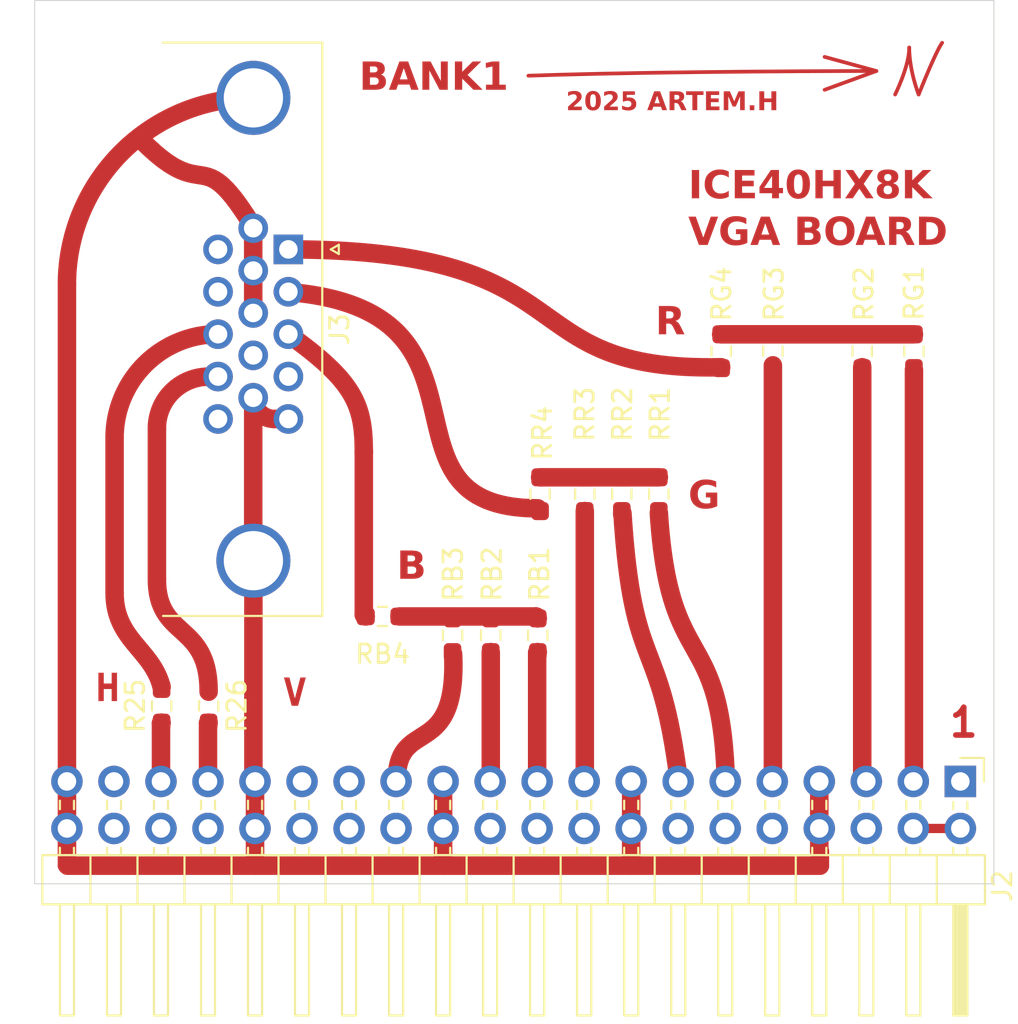
<source format=kicad_pcb>
(kicad_pcb (version 20241229) (generator "pcbnew") (generator_version "9.0")
  (layers (0 "F.Cu" signal) (2 "B.Cu" signal) (13 "F.Paste" user) (15 "B.Paste" user) (5 "F.SilkS" user "F.Silkscreen") (7 "B.SilkS" user "B.Silkscreen") (1 "F.Mask" user) (3 "B.Mask" user) (25 "Edge.Cuts" user))
  (net 0 "")
  (net 1 "/PIO1_18")
  (net 2 "/PIO1_32")
  (net 3 "/PIO1_49")
  (net 4 "/PIO1_38")
  (net 5 "/PIO1_36")
  (net 6 "/PIO1_03")
  (net 7 "VCC_1V2")
  (net 8 "GND")
  (net 9 "/GBIN2{slash}PIO1_28")
  (net 10 "/PIO1_29")
  (net 11 "/PIO1_19")
  (net 12 "/PIO1_46")
  (net 13 "/PIO1_42")
  (net 14 "/PIO1_20")
  (net 15 "/PIO1_14")
  (net 16 "/PIO1_30")
  (net 17 "/PIO1_37")
  (net 18 "/PIO1_16")
  (net 19 "/PIO1_21")
  (net 20 "/PIO1_47")
  (net 21 "/PIO1_40")
  (net 22 "/PIO1_22")
  (net 23 "/PIO1_04")
  (net 24 "VCCIO1")
  (net 25 "/PIO1_12")
  (net 26 "/PIO1_01")
  (net 27 "/PIO1_08")
  (net 28 "/PIO1_34")
  (net 30 "/B")
  (net 32 "/G")
  (net 33 "/R")
  (net 34 "/H_Sync")
  (net 35 "Net-(J3-Pad13)")
  (net 36 "Net-(J3-Pad14)")
  (net 37 "Net-(RB1-Pad2)")
  (net 38 "Net-(RG1-Pad2)")
  (net 39 "Net-(RR1-Pad2)")
  (net 43 "/PIO1_44")
  (footprint "Resistor_SMD:R_0603_1608Metric_Pad0.98x0.95mm_HandSolder" (layer "F.Cu") (at 141.414 123.444 90)
    (property "Reference" "RR1" (at 4.318 0.064 90) (layer "F.SilkS"))
    (property "Value" "2K2")
    (fp_line (start -0.254724 -0.5225) (end 0.254724 -0.5225) (stroke (width 0.12)) (layer "F.SilkS"))
    (fp_line (start -0.254724 0.5225) (end 0.254724 0.5225) (stroke (width 0.12)) (layer "F.SilkS"))
    (pad "1" smd roundrect (at -0.9125 0 90) (size 0.975 0.95) (layers "F.Cu" "F.Mask" "F.Paste") (net 18 "/PIO1_16"))
    (pad "2" smd roundrect (at 0.9125 0 90) (size 0.975 0.95) (layers "F.Cu" "F.Mask" "F.Paste") (net 39 "Net-(RR1-Pad2)"))
  )
  (footprint "Resistor_SMD:R_0603_1608Metric_Pad0.98x0.95mm_HandSolder" (layer "F.Cu") (at 114.554 134.874 90)
    (property "Reference" "R25" (at 0 -1.43 90) (layer "F.SilkS"))
    (property "Value" "49.9R")
    (fp_line (start -0.254724 -0.5225) (end 0.254724 -0.5225) (stroke (width 0.12)) (layer "F.SilkS"))
    (fp_line (start -0.254724 0.5225) (end 0.254724 0.5225) (stroke (width 0.12)) (layer "F.SilkS"))
    (pad "1" smd roundrect (at -0.9125 0 90) (size 0.975 0.95) (layers "F.Cu" "F.Mask" "F.Paste") (net 34 "/H_Sync"))
    (pad "2" smd roundrect (at 0.9125 0 90) (size 0.975 0.95) (layers "F.Cu" "F.Mask" "F.Paste") (net 35 "Net-(J3-Pad13)"))
  )
  (footprint "Resistor_SMD:R_0603_1608Metric_Pad0.98x0.95mm_HandSolder" (layer "F.Cu") (at 152.4 115.7205 90)
    (property "Reference" "RG2" (at 3.0955 0.088 90) (layer "F.SilkS"))
    (property "Value" "1K2")
    (fp_line (start -0.254724 -0.5225) (end 0.254724 -0.5225) (stroke (width 0.12)) (layer "F.SilkS"))
    (fp_line (start -0.254724 0.5225) (end 0.254724 0.5225) (stroke (width 0.12)) (layer "F.SilkS"))
    (pad "1" smd roundrect (at -0.9125 0 90) (size 0.975 0.95) (layers "F.Cu" "F.Mask" "F.Paste") (net 6 "/PIO1_03"))
    (pad "2" smd roundrect (at 0.9125 0 90) (size 0.975 0.95) (layers "F.Cu" "F.Mask" "F.Paste") (net 38 "Net-(RG1-Pad2)"))
  )
  (footprint "Resistor_SMD:R_0603_1608Metric_Pad0.98x0.95mm_HandSolder" (layer "F.Cu") (at 155.194 115.7205 90)
    (property "Reference" "RG1" (at 3.135343 0 90) (layer "F.SilkS"))
    (property "Value" "2K2")
    (fp_line (start -0.254724 -0.5225) (end 0.254724 -0.5225) (stroke (width 0.12)) (layer "F.SilkS"))
    (fp_line (start -0.254724 0.5225) (end 0.254724 0.5225) (stroke (width 0.12)) (layer "F.SilkS"))
    (pad "1" smd roundrect (at -0.9125 0 90) (size 0.975 0.95) (layers "F.Cu" "F.Mask" "F.Paste") (net 26 "/PIO1_01"))
    (pad "2" smd roundrect (at 0.9125 0 90) (size 0.975 0.95) (layers "F.Cu" "F.Mask" "F.Paste") (net 38 "Net-(RG1-Pad2)"))
  )
  (footprint "Resistor_SMD:R_0603_1608Metric_Pad0.98x0.95mm_HandSolder" (layer "F.Cu") (at 137.414 123.444 90)
    (property "Reference" "RR3" (at 4.318 0 90) (layer "F.SilkS"))
    (property "Value" "560R")
    (fp_line (start -0.254724 -0.5225) (end 0.254724 -0.5225) (stroke (width 0.12)) (layer "F.SilkS"))
    (fp_line (start -0.254724 0.5225) (end 0.254724 0.5225) (stroke (width 0.12)) (layer "F.SilkS"))
    (pad "1" smd roundrect (at -0.9125 0 90) (size 0.975 0.95) (layers "F.Cu" "F.Mask" "F.Paste") (net 22 "/PIO1_22"))
    (pad "2" smd roundrect (at 0.9125 0 90) (size 0.975 0.95) (layers "F.Cu" "F.Mask" "F.Paste") (net 39 "Net-(RR1-Pad2)"))
  )
  (footprint "Resistor_SMD:R_0603_1608Metric_Pad0.98x0.95mm_HandSolder" (layer "F.Cu") (at 135 123.444 -90)
    (property "Reference" "RR4" (at -3.302 -0.128 270) (layer "F.SilkS"))
    (property "Value" "75R")
    (fp_line (start -0.254724 0.5225) (end 0.254724 0.5225) (stroke (width 0.12)) (layer "F.SilkS"))
    (fp_line (start -0.254724 -0.5225) (end 0.254724 -0.5225) (stroke (width 0.12)) (layer "F.SilkS"))
    (pad "1" smd roundrect (at -0.9125 0 270) (size 0.975 0.95) (layers "F.Cu" "F.Mask" "F.Paste") (net 39 "Net-(RR1-Pad2)"))
    (pad "2" smd roundrect (at 0.9125 0 270) (size 0.975 0.95) (layers "F.Cu" "F.Mask" "F.Paste") (net 32 "/G"))
  )
  (footprint "Connector_PinHeader_2.54mm:PinHeader_2x20_P2.54mm_Horizontal" (layer "F.Cu") (at 157.7 138.96 -90)
    (property "Reference" "J2" (at 5.655 -2.27 270) (layer "F.SilkS"))
    (property "Value" "Header bank1")
    (fp_line (start 3.98 49.59) (end 6.64 49.59) (stroke (width 0.12)) (layer "F.SilkS"))
    (fp_line (start 6.64 49.59) (end 6.64 -1.33) (stroke (width 0.12)) (layer "F.SilkS"))
    (fp_line (start 1.042929 48.64) (end 1.497071 48.64) (stroke (width 0.12)) (layer "F.SilkS"))
    (fp_line (start 3.582929 48.64) (end 3.98 48.64) (stroke (width 0.12)) (layer "F.SilkS"))
    (fp_line (start 12.64 48.64) (end 6.64 48.64) (stroke (width 0.12)) (layer "F.SilkS"))
    (fp_line (start 1.042929 47.88) (end 1.497071 47.88) (stroke (width 0.12)) (layer "F.SilkS"))
    (fp_line (start 3.582929 47.88) (end 3.98 47.88) (stroke (width 0.12)) (layer "F.SilkS"))
    (fp_line (start 6.64 47.88) (end 12.64 47.88) (stroke (width 0.12)) (layer "F.SilkS"))
    (fp_line (start 12.64 47.88) (end 12.64 48.64) (stroke (width 0.12)) (layer "F.SilkS"))
    (fp_line (start 3.98 46.99) (end 6.64 46.99) (stroke (width 0.12)) (layer "F.SilkS"))
    (fp_line (start 1.042929 46.1) (end 1.497071 46.1) (stroke (width 0.12)) (layer "F.SilkS"))
    (fp_line (start 3.582929 46.1) (end 3.98 46.1) (stroke (width 0.12)) (layer "F.SilkS"))
    (fp_line (start 12.64 46.1) (end 6.64 46.1) (stroke (width 0.12)) (layer "F.SilkS"))
    (fp_line (start 1.042929 45.34) (end 1.497071 45.34) (stroke (width 0.12)) (layer "F.SilkS"))
    (fp_line (start 3.582929 45.34) (end 3.98 45.34) (stroke (width 0.12)) (layer "F.SilkS"))
    (fp_line (start 6.64 45.34) (end 12.64 45.34) (stroke (width 0.12)) (layer "F.SilkS"))
    (fp_line (start 12.64 45.34) (end 12.64 46.1) (stroke (width 0.12)) (layer "F.SilkS"))
    (fp_line (start 3.98 44.45) (end 6.64 44.45) (stroke (width 0.12)) (layer "F.SilkS"))
    (fp_line (start 1.042929 43.56) (end 1.497071 43.56) (stroke (width 0.12)) (layer "F.SilkS"))
    (fp_line (start 3.582929 43.56) (end 3.98 43.56) (stroke (width 0.12)) (layer "F.SilkS"))
    (fp_line (start 12.64 43.56) (end 6.64 43.56) (stroke (width 0.12)) (layer "F.SilkS"))
    (fp_line (start 1.042929 42.8) (end 1.497071 42.8) (stroke (width 0.12)) (layer "F.SilkS"))
    (fp_line (start 3.582929 42.8) (end 3.98 42.8) (stroke (width 0.12)) (layer "F.SilkS"))
    (fp_line (start 6.64 42.8) (end 12.64 42.8) (stroke (width 0.12)) (layer "F.SilkS"))
    (fp_line (start 12.64 42.8) (end 12.64 43.56) (stroke (width 0.12)) (layer "F.SilkS"))
    (fp_line (start 3.98 41.91) (end 6.64 41.91) (stroke (width 0.12)) (layer "F.SilkS"))
    (fp_line (start 1.042929 41.02) (end 1.497071 41.02) (stroke (width 0.12)) (layer "F.SilkS"))
    (fp_line (start 3.582929 41.02) (end 3.98 41.02) (stroke (width 0.12)) (layer "F.SilkS"))
    (fp_line (start 12.64 41.02) (end 6.64 41.02) (stroke (width 0.12)) (layer "F.SilkS"))
    (fp_line (start 1.042929 40.26) (end 1.497071 40.26) (stroke (width 0.12)) (layer "F.SilkS"))
    (fp_line (start 3.582929 40.26) (end 3.98 40.26) (stroke (width 0.12)) (layer "F.SilkS"))
    (fp_line (start 6.64 40.26) (end 12.64 40.26) (stroke (width 0.12)) (layer "F.SilkS"))
    (fp_line (start 12.64 40.26) (end 12.64 41.02) (stroke (width 0.12)) (layer "F.SilkS"))
    (fp_line (start 3.98 39.37) (end 6.64 39.37) (stroke (width 0.12)) (layer "F.SilkS"))
    (fp_line (start 1.042929 38.48) (end 1.497071 38.48) (stroke (width 0.12)) (layer "F.SilkS"))
    (fp_line (start 3.582929 38.48) (end 3.98 38.48) (stroke (width 0.12)) (layer "F.SilkS"))
    (fp_line (start 12.64 38.48) (end 6.64 38.48) (stroke (width 0.12)) (layer "F.SilkS"))
    (fp_line (start 1.042929 37.72) (end 1.497071 37.72) (stroke (width 0.12)) (layer "F.SilkS"))
    (fp_line (start 3.582929 37.72) (end 3.98 37.72) (stroke (width 0.12)) (layer "F.SilkS"))
    (fp_line (start 6.64 37.72) (end 12.64 37.72) (stroke (width 0.12)) (layer "F.SilkS"))
    (fp_line (start 12.64 37.72) (end 12.64 38.48) (stroke (width 0.12)) (layer "F.SilkS"))
    (fp_line (start 3.98 36.83) (end 6.64 36.83) (stroke (width 0.12)) (layer "F.SilkS"))
    (fp_line (start 1.042929 35.94) (end 1.497071 35.94) (stroke (width 0.12)) (layer "F.SilkS"))
    (fp_line (start 3.582929 35.94) (end 3.98 35.94) (stroke (width 0.12)) (layer "F.SilkS"))
    (fp_line (start 12.64 35.94) (end 6.64 35.94) (stroke (width 0.12)) (layer "F.SilkS"))
    (fp_line (start 1.042929 35.18) (end 1.497071 35.18) (stroke (width 0.12)) (layer "F.SilkS"))
    (fp_line (start 3.582929 35.18) (end 3.98 35.18) (stroke (width 0.12)) (layer "F.SilkS"))
    (fp_line (start 6.64 35.18) (end 12.64 35.18) (stroke (width 0.12)) (layer "F.SilkS"))
    (fp_line (start 12.64 35.18) (end 12.64 35.94) (stroke (width 0.12)) (layer "F.SilkS"))
    (fp_line (start 3.98 34.29) (end 6.64 34.29) (stroke (width 0.12)) (layer "F.SilkS"))
    (fp_line (start 1.042929 33.4) (end 1.497071 33.4) (stroke (width 0.12)) (layer "F.SilkS"))
    (fp_line (start 3.582929 33.4) (end 3.98 33.4) (stroke (width 0.12)) (layer "F.SilkS"))
    (fp_line (start 12.64 33.4) (end 6.64 33.4) (stroke (width 0.12)) (layer "F.SilkS"))
    (fp_line (start 1.042929 32.64) (end 1.497071 32.64) (stroke (width 0.12)) (layer "F.SilkS"))
    (fp_line (start 3.582929 32.64) (end 3.98 32.64) (stroke (width 0.12)) (layer "F.SilkS"))
    (fp_line (start 6.64 32.64) (end 12.64 32.64) (stroke (width 0.12)) (layer "F.SilkS"))
    (fp_line (start 12.64 32.64) (end 12.64 33.4) (stroke (width 0.12)) (layer "F.SilkS"))
    (fp_line (start 3.98 31.75) (end 6.64 31.75) (stroke (width 0.12)) (layer "F.SilkS"))
    (fp_line (start 1.042929 30.86) (end 1.497071 30.86) (stroke (width 0.12)) (layer "F.SilkS"))
    (fp_line (start 3.582929 30.86) (end 3.98 30.86) (stroke (width 0.12)) (layer "F.SilkS"))
    (fp_line (start 12.64 30.86) (end 6.64 30.86) (stroke (width 0.12)) (layer "F.SilkS"))
    (fp_line (start 1.042929 30.1) (end 1.497071 30.1) (stroke (width 0.12)) (layer "F.SilkS"))
    (fp_line (start 3.582929 30.1) (end 3.98 30.1) (stroke (width 0.12)) (layer "F.SilkS"))
    (fp_line (start 6.64 30.1) (end 12.64 30.1) (stroke (width 0.12)) (layer "F.SilkS"))
    (fp_line (start 12.64 30.1) (end 12.64 30.86) (stroke (width 0.12)) (layer "F.SilkS"))
    (fp_line (start 3.98 29.21) (end 6.64 29.21) (stroke (width 0.12)) (layer "F.SilkS"))
    (fp_line (start 1.042929 28.32) (end 1.497071 28.32) (stroke (width 0.12)) (layer "F.SilkS"))
    (fp_line (start 3.582929 28.32) (end 3.98 28.32) (stroke (width 0.12)) (layer "F.SilkS"))
    (fp_line (start 12.64 28.32) (end 6.64 28.32) (stroke (width 0.12)) (layer "F.SilkS"))
    (fp_line (start 1.042929 27.56) (end 1.497071 27.56) (stroke (width 0.12)) (layer "F.SilkS"))
    (fp_line (start 3.582929 27.56) (end 3.98 27.56) (stroke (width 0.12)) (layer "F.SilkS"))
    (fp_line (start 6.64 27.56) (end 12.64 27.56) (stroke (width 0.12)) (layer "F.SilkS"))
    (fp_line (start 12.64 27.56) (end 12.64 28.32) (stroke (width 0.12)) (layer "F.SilkS"))
    (fp_line (start 3.98 26.67) (end 6.64 26.67) (stroke (width 0.12)) (layer "F.SilkS"))
    (fp_line (start 1.042929 25.78) (end 1.497071 25.78) (stroke (width 0.12)) (layer "F.SilkS"))
    (fp_line (start 3.582929 25.78) (end 3.98 25.78) (stroke (width 0.12)) (layer "F.SilkS"))
    (fp_line (start 12.64 25.78) (end 6.64 25.78) (stroke (width 0.12)) (layer "F.SilkS"))
    (fp_line (start 1.042929 25.02) (end 1.497071 25.02) (stroke (width 0.12)) (layer "F.SilkS"))
    (fp_line (start 3.582929 25.02) (end 3.98 25.02) (stroke (width 0.12)) (layer "F.SilkS"))
    (fp_line (start 6.64 25.02) (end 12.64 25.02) (stroke (width 0.12)) (layer "F.SilkS"))
    (fp_line (start 12.64 25.02) (end 12.64 25.78) (stroke (width 0.12)) (layer "F.SilkS"))
    (fp_line (start 3.98 24.13) (end 6.64 24.13) (stroke (width 0.12)) (layer "F.SilkS"))
    (fp_line (start 1.042929 23.24) (end 1.497071 23.24) (stroke (width 0.12)) (layer "F.SilkS"))
    (fp_line (start 3.582929 23.24) (end 3.98 23.24) (stroke (width 0.12)) (layer "F.SilkS"))
    (fp_line (start 12.64 23.24) (end 6.64 23.24) (stroke (width 0.12)) (layer "F.SilkS"))
    (fp_line (start 1.042929 22.48) (end 1.497071 22.48) (stroke (width 0.12)) (layer "F.SilkS"))
    (fp_line (start 3.582929 22.48) (end 3.98 22.48) (stroke (width 0.12)) (layer "F.SilkS"))
    (fp_line (start 6.64 22.48) (end 12.64 22.48) (stroke (width 0.12)) (layer "F.SilkS"))
    (fp_line (start 12.64 22.48) (end 12.64 23.24) (stroke (width 0.12)) (layer "F.SilkS"))
    (fp_line (start 3.98 21.59) (end 6.64 21.59) (stroke (width 0.12)) (layer "F.SilkS"))
    (fp_line (start 1.042929 20.7) (end 1.497071 20.7) (stroke (width 0.12)) (layer "F.SilkS"))
    (fp_line (start 3.582929 20.7) (end 3.98 20.7) (stroke (width 0.12)) (layer "F.SilkS"))
    (fp_line (start 12.64 20.7) (end 6.64 20.7) (stroke (width 0.12)) (layer "F.SilkS"))
    (fp_line (start 1.042929 19.94) (end 1.497071 19.94) (stroke (width 0.12)) (layer "F.SilkS"))
    (fp_line (start 3.582929 19.94) (end 3.98 19.94) (stroke (width 0.12)) (layer "F.SilkS"))
    (fp_line (start 6.64 19.94) (end 12.64 19.94) (stroke (width 0.12)) (layer "F.SilkS"))
    (fp_line (start 12.64 19.94) (end 12.64 20.7) (stroke (width 0.12)) (layer "F.SilkS"))
    (fp_line (start 3.98 19.05) (end 6.64 19.05) (stroke (width 0.12)) (layer "F.SilkS"))
    (fp_line (start 1.042929 18.16) (end 1.497071 18.16) (stroke (width 0.12)) (layer "F.SilkS"))
    (fp_line (start 3.582929 18.16) (end 3.98 18.16) (stroke (width 0.12)) (layer "F.SilkS"))
    (fp_line (start 12.64 18.16) (end 6.64 18.16) (stroke (width 0.12)) (layer "F.SilkS"))
    (fp_line (start 1.042929 17.4) (end 1.497071 17.4) (stroke (width 0.12)) (layer "F.SilkS"))
    (fp_line (start 3.582929 17.4) (end 3.98 17.4) (stroke (width 0.12)) (layer "F.SilkS"))
    (fp_line (start 6.64 17.4) (end 12.64 17.4) (stroke (width 0.12)) (layer "F.SilkS"))
    (fp_line (start 12.64 17.4) (end 12.64 18.16) (stroke (width 0.12)) (layer "F.SilkS"))
    (fp_line (start 3.98 16.51) (end 6.64 16.51) (stroke (width 0.12)) (layer "F.SilkS"))
    (fp_line (start 1.042929 15.62) (end 1.497071 15.62) (stroke (width 0.12)) (layer "F.SilkS"))
    (fp_line (start 3.582929 15.62) (end 3.98 15.62) (stroke (width 0.12)) (layer "F.SilkS"))
    (fp_line (start 12.64 15.62) (end 6.64 15.62) (stroke (width 0.12)) (layer "F.SilkS"))
    (fp_line (start 1.042929 14.86) (end 1.497071 14.86) (stroke (width 0.12)) (layer "F.SilkS"))
    (fp_line (start 3.582929 14.86) (end 3.98 14.86) (stroke (width 0.12)) (layer "F.SilkS"))
    (fp_line (start 6.64 14.86) (end 12.64 14.86) (stroke (width 0.12)) (layer "F.SilkS"))
    (fp_line (start 12.64 14.86) (end 12.64 15.62) (stroke (width 0.12)) (layer "F.SilkS"))
    (fp_line (start 3.98 13.97) (end 6.64 13.97) (stroke (width 0.12)) (layer "F.SilkS"))
    (fp_line (start 1.042929 13.08) (end 1.497071 13.08) (stroke (width 0.12)) (layer "F.SilkS"))
    (fp_line (start 3.582929 13.08) (end 3.98 13.08) (stroke (width 0.12)) (layer "F.SilkS"))
    (fp_line (start 12.64 13.08) (end 6.64 13.08) (stroke (width 0.12)) (layer "F.SilkS"))
    (fp_line (start 1.042929 12.32) (end 1.497071 12.32) (stroke (width 0.12)) (layer "F.SilkS"))
    (fp_line (start 3.582929 12.32) (end 3.98 12.32) (stroke (width 0.12)) (layer "F.SilkS"))
    (fp_line (start 6.64 12.32) (end 12.64 12.32) (stroke (width 0.12)) (layer "F.SilkS"))
    (fp_line (start 12.64 12.32) (end 12.64 13.08) (stroke (width 0.12)) (layer "F.SilkS"))
    (fp_line (start 3.98 11.43) (end 6.64 11.43) (stroke (width 0.12)) (layer "F.SilkS"))
    (fp_line (start 1.042929 10.54) (end 1.497071 10.54) (stroke (width 0.12)) (layer "F.SilkS"))
    (fp_line (start 3.582929 10.54) (end 3.98 10.54) (stroke (width 0.12)) (layer "F.SilkS"))
    (fp_line (start 12.64 10.54) (end 6.64 10.54) (stroke (width 0.12)) (layer "F.SilkS"))
    (fp_line (start 1.042929 9.78) (end 1.497071 9.78) (stroke (width 0.12)) (layer "F.SilkS"))
    (fp_line (start 3.582929 9.78) (end 3.98 9.78) (stroke (width 0.12)) (layer "F.SilkS"))
    (fp_line (start 6.64 9.78) (end 12.64 9.78) (stroke (width 0.12)) (layer "F.SilkS"))
    (fp_line (start 12.64 9.78) (end 12.64 10.54) (stroke (width 0.12)) (layer "F.SilkS"))
    (fp_line (start 3.98 8.89) (end 6.64 8.89) (stroke (width 0.12)) (layer "F.SilkS"))
    (fp_line (start 1.042929 8) (end 1.497071 8) (stroke (width 0.12)) (layer "F.SilkS"))
    (fp_line (start 3.582929 8) (end 3.98 8) (stroke (width 0.12)) (layer "F.SilkS"))
    (fp_line (start 12.64 8) (end 6.64 8) (stroke (width 0.12)) (layer "F.SilkS"))
    (fp_line (start 1.042929 7.24) (end 1.497071 7.24) (stroke (width 0.12)) (layer "F.SilkS"))
    (fp_line (start 3.582929 7.24) (end 3.98 7.24) (stroke (width 0.12)) (layer "F.SilkS"))
    (fp_line (start 6.64 7.24) (end 12.64 7.24) (stroke (width 0.12)) (layer "F.SilkS"))
    (fp_line (start 12.64 7.24) (end 12.64 8) (stroke (width 0.12)) (layer "F.SilkS"))
    (fp_line (start 3.98 6.35) (end 6.64 6.35) (stroke (width 0.12)) (layer "F.SilkS"))
    (fp_line (start 1.042929 5.46) (end 1.497071 5.46) (stroke (width 0.12)) (layer "F.SilkS"))
    (fp_line (start 3.582929 5.46) (end 3.98 5.46) (stroke (width 0.12)) (layer "F.SilkS"))
    (fp_line (start 12.64 5.46) (end 6.64 5.46) (stroke (width 0.12)) (layer "F.SilkS"))
    (fp_line (start 1.042929 4.7) (end 1.497071 4.7) (stroke (width 0.12)) (layer "F.SilkS"))
    (fp_line (start 3.582929 4.7) (end 3.98 4.7) (stroke (width 0.12)) (layer "F.SilkS"))
    (fp_line (start 6.64 4.7) (end 12.64 4.7) (stroke (width 0.12)) (layer "F.SilkS"))
    (fp_line (start 12.64 4.7) (end 12.64 5.46) (stroke (width 0.12)) (layer "F.SilkS"))
    (fp_line (start 3.98 3.81) (end 6.64 3.81) (stroke (width 0.12)) (layer "F.SilkS"))
    (fp_line (start 1.042929 2.92) (end 1.497071 2.92) (stroke (width 0.12)) (layer "F.SilkS"))
    (fp_line (start 3.582929 2.92) (end 3.98 2.92) (stroke (width 0.12)) (layer "F.SilkS"))
    (fp_line (start 12.64 2.92) (end 6.64 2.92) (stroke (width 0.12)) (layer "F.SilkS"))
    (fp_line (start 1.042929 2.16) (end 1.497071 2.16) (stroke (width 0.12)) (layer "F.SilkS"))
    (fp_line (start 3.582929 2.16) (end 3.98 2.16) (stroke (width 0.12)) (layer "F.SilkS"))
    (fp_line (start 6.64 2.16) (end 12.64 2.16) (stroke (width 0.12)) (layer "F.SilkS"))
    (fp_line (start 12.64 2.16) (end 12.64 2.92) (stroke (width 0.12)) (layer "F.SilkS"))
    (fp_line (start 3.98 1.27) (end 6.64 1.27) (stroke (width 0.12)) (layer "F.SilkS"))
    (fp_line (start 1.11 0.38) (end 1.497071 0.38) (stroke (width 0.12)) (layer "F.SilkS"))
    (fp_line (start 3.582929 0.38) (end 3.98 0.38) (stroke (width 0.12)) (layer "F.SilkS"))
    (fp_line (start 12.64 0.38) (end 6.64 0.38) (stroke (width 0.12)) (layer "F.SilkS"))
    (fp_line (start 6.64 0.28) (end 12.64 0.28) (stroke (width 0.12)) (layer "F.SilkS"))
    (fp_line (start 6.64 0.16) (end 12.64 0.16) (stroke (width 0.12)) (layer "F.SilkS"))
    (fp_line (start 6.64 0.04) (end 12.64 0.04) (stroke (width 0.12)) (layer "F.SilkS"))
    (fp_line (start -1.27 0) (end -1.27 -1.27) (stroke (width 0.12)) (layer "F.SilkS"))
    (fp_line (start 6.64 -0.08) (end 12.64 -0.08) (stroke (width 0.12)) (layer "F.SilkS"))
    (fp_line (start 6.64 -0.2) (end 12.64 -0.2) (stroke (width 0.12)) (layer "F.SilkS"))
    (fp_line (start 6.64 -0.32) (end 12.64 -0.32) (stroke (width 0.12)) (layer "F.SilkS"))
    (fp_line (start 1.11 -0.38) (end 1.497071 -0.38) (stroke (width 0.12)) (layer "F.SilkS"))
    (fp_line (start 3.582929 -0.38) (end 3.98 -0.38) (stroke (width 0.12)) (layer "F.SilkS"))
    (fp_line (start 6.64 -0.38) (end 12.64 -0.38) (stroke (width 0.12)) (layer "F.SilkS"))
    (fp_line (start 12.64 -0.38) (end 12.64 0.38) (stroke (width 0.12)) (layer "F.SilkS"))
    (fp_line (start -1.27 -1.27) (end 0 -1.27) (stroke (width 0.12)) (layer "F.SilkS"))
    (fp_line (start 3.98 -1.33) (end 3.98 49.59) (stroke (width 0.12)) (layer "F.SilkS"))
    (fp_line (start 6.64 -1.33) (end 3.98 -1.33) (stroke (width 0.12)) (layer "F.SilkS"))
    (pad "1" thru_hole rect (at 0 0 270) (size 1.7 1.7) (drill 1) (layers "*.Cu" "*.Mask") (net 24 "VCCIO1"))
    (pad "2" thru_hole oval (at 0 2.54 270) (size 1.7 1.7) (drill 1) (layers "*.Cu" "*.Mask") (net 26 "/PIO1_01"))
    (pad "3" thru_hole oval (at 0 5.08 270) (size 1.7 1.7) (drill 1) (layers "*.Cu" "*.Mask") (net 6 "/PIO1_03"))
    (pad "4" thru_hole oval (at 0 7.62 270) (size 1.7 1.7) (drill 1) (layers "*.Cu" "*.Mask") (net 8 "GND"))
    (pad "5" thru_hole oval (at 0 10.16 270) (size 1.7 1.7) (drill 1) (layers "*.Cu" "*.Mask") (net 15 "/PIO1_14"))
    (pad "6" thru_hole oval (at 0 12.7 270) (size 1.7 1.7) (drill 1) (layers "*.Cu" "*.Mask") (net 18 "/PIO1_16"))
    (pad "7" thru_hole oval (at 0 15.24 270) (size 1.7 1.7) (drill 1) (layers "*.Cu" "*.Mask") (net 19 "/PIO1_21"))
    (pad "8" thru_hole oval (at 0 17.78 270) (size 1.7 1.7) (drill 1) (layers "*.Cu" "*.Mask") (net 8 "GND"))
    (pad "9" thru_hole oval (at 0 20.32 270) (size 1.7 1.7) (drill 1) (layers "*.Cu" "*.Mask") (net 22 "/PIO1_22"))
    (pad "10" thru_hole oval (at 0 22.86 270) (size 1.7 1.7) (drill 1) (layers "*.Cu" "*.Mask") (net 13 "/PIO1_42"))
    (pad "11" thru_hole oval (at 0 25.4 270) (size 1.7 1.7) (drill 1) (layers "*.Cu" "*.Mask") (net 10 "/PIO1_29"))
    (pad "12" thru_hole oval (at 0 27.94 270) (size 1.7 1.7) (drill 1) (layers "*.Cu" "*.Mask") (net 8 "GND"))
    (pad "13" thru_hole oval (at 0 30.48 270) (size 1.7 1.7) (drill 1) (layers "*.Cu" "*.Mask") (net 2 "/PIO1_32"))
    (pad "14" thru_hole oval (at 0 33.02 270) (size 1.7 1.7) (drill 1) (layers "*.Cu" "*.Mask") (net 5 "/PIO1_36"))
    (pad "15" thru_hole oval (at 0 35.56 270) (size 1.7 1.7) (drill 1) (layers "*.Cu" "*.Mask") (net 12 "/PIO1_46"))
    (pad "16" thru_hole oval (at 0 38.1 270) (size 1.7 1.7) (drill 1) (layers "*.Cu" "*.Mask") (net 8 "GND"))
    (pad "17" thru_hole oval (at 0 40.64 270) (size 1.7 1.7) (drill 1) (layers "*.Cu" "*.Mask") (net 43 "/PIO1_44"))
    (pad "18" thru_hole oval (at 0 43.18 270) (size 1.7 1.7) (drill 1) (layers "*.Cu" "*.Mask") (net 34 "/H_Sync"))
    (pad "19" thru_hole oval (at 0 45.72 270) (size 1.7 1.7) (drill 1) (layers "*.Cu" "*.Mask") (net 3 "/PIO1_49"))
    (pad "20" thru_hole oval (at 0 48.26 270) (size 1.7 1.7) (drill 1) (layers "*.Cu" "*.Mask") (net 8 "GND"))
    (pad "21" thru_hole oval (at 2.54 48.26 270) (size 1.7 1.7) (drill 1) (layers "*.Cu" "*.Mask") (net 8 "GND"))
    (pad "22" thru_hole oval (at 2.54 45.72 270) (size 1.7 1.7) (drill 1) (layers "*.Cu" "*.Mask") (net 20 "/PIO1_47"))
    (pad "23" thru_hole oval (at 2.54 43.18 270) (size 1.7 1.7) (drill 1) (layers "*.Cu" "*.Mask") (net 21 "/PIO1_40"))
    (pad "24" thru_hole oval (at 2.54 40.64 270) (size 1.7 1.7) (drill 1) (layers "*.Cu" "*.Mask") (net 4 "/PIO1_38"))
    (pad "25" thru_hole oval (at 2.54 38.1 270) (size 1.7 1.7) (drill 1) (layers "*.Cu" "*.Mask") (net 8 "GND"))
    (pad "26" thru_hole oval (at 2.54 35.56 270) (size 1.7 1.7) (drill 1) (layers "*.Cu" "*.Mask") (net 28 "/PIO1_34"))
    (pad "27" thru_hole oval (at 2.54 33.02 270) (size 1.7 1.7) (drill 1) (layers "*.Cu" "*.Mask") (net 16 "/PIO1_30"))
    (pad "28" thru_hole oval (at 2.54 30.48 270) (size 1.7 1.7) (drill 1) (layers "*.Cu" "*.Mask") (net 9 "/GBIN2{slash}PIO1_28"))
    (pad "29" thru_hole oval (at 2.54 27.94 270) (size 1.7 1.7) (drill 1) (layers "*.Cu" "*.Mask") (net 8 "GND"))
    (pad "30" thru_hole oval (at 2.54 25.4 270) (size 1.7 1.7) (drill 1) (layers "*.Cu" "*.Mask") (net 11 "/PIO1_19"))
    (pad "31" thru_hole oval (at 2.54 22.86 270) (size 1.7 1.7) (drill 1) (layers "*.Cu" "*.Mask") (net 17 "/PIO1_37"))
    (pad "32" thru_hole oval (at 2.54 20.32 270) (size 1.7 1.7) (drill 1) (layers "*.Cu" "*.Mask") (net 1 "/PIO1_18"))
    (pad "33" thru_hole oval (at 2.54 17.78 270) (size 1.7 1.7) (drill 1) (layers "*.Cu" "*.Mask") (net 8 "GND"))
    (pad "34" thru_hole oval (at 2.54 15.24 270) (size 1.7 1.7) (drill 1) (layers "*.Cu" "*.Mask") (net 14 "/PIO1_20"))
    (pad "35" thru_hole oval (at 2.54 12.7 270) (size 1.7 1.7) (drill 1) (layers "*.Cu" "*.Mask") (net 25 "/PIO1_12"))
    (pad "36" thru_hole oval (at 2.54 10.16 270) (size 1.7 1.7) (drill 1) (layers "*.Cu" "*.Mask") (net 27 "/PIO1_08"))
    (pad "37" thru_hole oval (at 2.54 7.62 270) (size 1.7 1.7) (drill 1) (layers "*.Cu" "*.Mask") (net 8 "GND"))
    (pad "38" thru_hole oval (at 2.54 5.08 270) (size 1.7 1.7) (drill 1) (layers "*.Cu" "*.Mask") (net 23 "/PIO1_04"))
    (pad "39" thru_hole oval (at 2.54 2.54 270) (size 1.7 1.7) (drill 1) (layers "*.Cu" "*.Mask") (net 7 "VCC_1V2"))
    (pad "40" thru_hole oval (at 2.54 0 270) (size 1.7 1.7) (drill 1) (layers "*.Cu" "*.Mask") (net 7 "VCC_1V2"))
  )
  (footprint "Resistor_SMD:R_0603_1608Metric_Pad0.98x0.95mm_HandSolder" (layer "F.Cu") (at 147.574 115.7205 90)
    (property "Reference" "RG3" (at 3.0955 0.056 90) (layer "F.SilkS"))
    (property "Value" "560R")
    (fp_line (start -0.254724 -0.5225) (end 0.254724 -0.5225) (stroke (width 0.12)) (layer "F.SilkS"))
    (fp_line (start -0.254724 0.5225) (end 0.254724 0.5225) (stroke (width 0.12)) (layer "F.SilkS"))
    (pad "1" smd roundrect (at -0.9125 0 90) (size 0.975 0.95) (layers "F.Cu" "F.Mask" "F.Paste") (net 15 "/PIO1_14"))
    (pad "2" smd roundrect (at 0.9125 0 90) (size 0.975 0.95) (layers "F.Cu" "F.Mask" "F.Paste") (net 38 "Net-(RG1-Pad2)"))
  )
  (footprint "Resistor_SMD:R_0603_1608Metric_Pad0.98x0.95mm_HandSolder" (layer "F.Cu") (at 139.414 123.444 90)
    (property "Reference" "RR2" (at 4.318 0.032 90) (layer "F.SilkS"))
    (property "Value" "1K2")
    (fp_line (start -0.254724 -0.5225) (end 0.254724 -0.5225) (stroke (width 0.12)) (layer "F.SilkS"))
    (fp_line (start -0.254724 0.5225) (end 0.254724 0.5225) (stroke (width 0.12)) (layer "F.SilkS"))
    (pad "1" smd roundrect (at -0.9125 0 90) (size 0.975 0.95) (layers "F.Cu" "F.Mask" "F.Paste") (net 19 "/PIO1_21"))
    (pad "2" smd roundrect (at 0.9125 0 90) (size 0.975 0.95) (layers "F.Cu" "F.Mask" "F.Paste") (net 39 "Net-(RR1-Pad2)"))
  )
  (footprint "Resistor_SMD:R_0603_1608Metric_Pad0.98x0.95mm_HandSolder" (layer "F.Cu") (at 132.334 131.064 90)
    (property "Reference" "RB2" (at 3.302 0.064 90) (layer "F.SilkS"))
    (property "Value" "1K2")
    (fp_line (start -0.254724 -0.5225) (end 0.254724 -0.5225) (stroke (width 0.12)) (layer "F.SilkS"))
    (fp_line (start -0.254724 0.5225) (end 0.254724 0.5225) (stroke (width 0.12)) (layer "F.SilkS"))
    (pad "1" smd roundrect (at -0.9125 0 90) (size 0.975 0.95) (layers "F.Cu" "F.Mask" "F.Paste") (net 10 "/PIO1_29"))
    (pad "2" smd roundrect (at 0.9125 0 90) (size 0.975 0.95) (layers "F.Cu" "F.Mask" "F.Paste") (net 37 "Net-(RB1-Pad2)"))
  )
  (footprint "Resistor_SMD:R_0603_1608Metric_Pad0.98x0.95mm_HandSolder" (layer "F.Cu") (at 134.874 131.064 90)
    (property "Reference" "RB1" (at 3.302 0.096 90) (layer "F.SilkS"))
    (property "Value" "2K2")
    (fp_line (start -0.254724 -0.5225) (end 0.254724 -0.5225) (stroke (width 0.12)) (layer "F.SilkS"))
    (fp_line (start -0.254724 0.5225) (end 0.254724 0.5225) (stroke (width 0.12)) (layer "F.SilkS"))
    (pad "1" smd roundrect (at -0.9125 0 90) (size 0.975 0.95) (layers "F.Cu" "F.Mask" "F.Paste") (net 13 "/PIO1_42"))
    (pad "2" smd roundrect (at 0.9125 0 90) (size 0.975 0.95) (layers "F.Cu" "F.Mask" "F.Paste") (net 37 "Net-(RB1-Pad2)"))
  )
  (footprint "Resistor_SMD:R_0603_1608Metric_Pad0.98x0.95mm_HandSolder" (layer "F.Cu") (at 130.27 131.064 90)
    (property "Reference" "RB3" (at 3.302 0.032 90) (layer "F.SilkS"))
    (property "Value" "560R")
    (fp_line (start -0.254724 -0.5225) (end 0.254724 -0.5225) (stroke (width 0.12)) (layer "F.SilkS"))
    (fp_line (start -0.254724 0.5225) (end 0.254724 0.5225) (stroke (width 0.12)) (layer "F.SilkS"))
    (pad "1" smd roundrect (at -0.9125 0 90) (size 0.975 0.95) (layers "F.Cu" "F.Mask" "F.Paste") (net 2 "/PIO1_32"))
    (pad "2" smd roundrect (at 0.9125 0 90) (size 0.975 0.95) (layers "F.Cu" "F.Mask" "F.Paste") (net 37 "Net-(RB1-Pad2)"))
  )
  (footprint "Connector_Dsub:DSUB-15-HD_Pins_Horizontal_P2.29x1.90mm_EdgePinOffset3.03mm_Housed_MountingHolesOffset4.94mm" (layer "F.Cu") (at 121.402 110.22 -90)
    (property "Reference" "J3" (at 4.315 -2.77 90) (layer "F.SilkS"))
    (property "Value" "VGA")
    (fp_line (start -11.17 6.77) (end -11.17 -1.83) (stroke (width 0.12)) (layer "F.SilkS"))
    (fp_line (start -11.17 -1.83) (end 19.8 -1.83) (stroke (width 0.12)) (layer "F.SilkS"))
    (fp_line (start 19.8 -1.83) (end 19.8 6.77) (stroke (width 0.12)) (layer "F.SilkS"))
    (fp_line (start 0 -2.291325) (end -0.25 -2.724338) (stroke (width 0.12)) (layer "F.SilkS"))
    (fp_line (start -0.25 -2.724338) (end 0.25 -2.724338) (stroke (width 0.12)) (layer "F.SilkS"))
    (fp_line (start 0.25 -2.724338) (end 0 -2.291325) (stroke (width 0.12)) (layer "F.SilkS"))
    (pad "0" thru_hole circle (at -8.185 1.89 270) (size 4 4) (drill 3.2) (layers "*.Cu" "*.Mask") (net 8 "GND"))
    (pad "0" thru_hole circle (at 16.815 1.89 270) (size 4 4) (drill 3.2) (layers "*.Cu" "*.Mask") (net 8 "GND"))
    (pad "1" thru_hole rect (at 0 0 270) (size 1.6 1.6) (drill 1) (layers "*.Cu" "*.Mask") (net 33 "/R"))
    (pad "2" thru_hole circle (at 2.29 0 270) (size 1.6 1.6) (drill 1) (layers "*.Cu" "*.Mask") (net 32 "/G"))
    (pad "3" thru_hole circle (at 4.58 0 270) (size 1.6 1.6) (drill 1) (layers "*.Cu" "*.Mask") (net 30 "/B"))
    (pad "4" thru_hole circle (at 6.87 0 270) (size 1.6 1.6) (drill 1) (layers "*.Cu" "*.Mask"))
    (pad "5" thru_hole circle (at 9.16 0 270) (size 1.6 1.6) (drill 1) (layers "*.Cu" "*.Mask") (net 8 "GND"))
    (pad "6" thru_hole circle (at -1.145 1.9 270) (size 1.6 1.6) (drill 1) (layers "*.Cu" "*.Mask") (net 8 "GND"))
    (pad "7" thru_hole circle (at 1.145 1.9 270) (size 1.6 1.6) (drill 1) (layers "*.Cu" "*.Mask") (net 8 "GND"))
    (pad "8" thru_hole circle (at 3.435 1.9 270) (size 1.6 1.6) (drill 1) (layers "*.Cu" "*.Mask") (net 8 "GND"))
    (pad "9" thru_hole circle (at 5.725 1.9 270) (size 1.6 1.6) (drill 1) (layers "*.Cu" "*.Mask"))
    (pad "10" thru_hole circle (at 8.015 1.9 270) (size 1.6 1.6) (drill 1) (layers "*.Cu" "*.Mask") (net 8 "GND"))
    (pad "11" thru_hole circle (at 0 3.8 270) (size 1.6 1.6) (drill 1) (layers "*.Cu" "*.Mask"))
    (pad "12" thru_hole circle (at 2.29 3.8 270) (size 1.6 1.6) (drill 1) (layers "*.Cu" "*.Mask"))
    (pad "13" thru_hole circle (at 4.58 3.8 270) (size 1.6 1.6) (drill 1) (layers "*.Cu" "*.Mask") (net 35 "Net-(J3-Pad13)"))
    (pad "14" thru_hole circle (at 6.87 3.8 270) (size 1.6 1.6) (drill 1) (layers "*.Cu" "*.Mask") (net 36 "Net-(J3-Pad14)"))
    (pad "15" thru_hole circle (at 9.16 3.8 270) (size 1.6 1.6) (drill 1) (layers "*.Cu" "*.Mask"))
  )
  (footprint "Resistor_SMD:R_0603_1608Metric_Pad0.98x0.95mm_HandSolder" (layer "F.Cu") (at 126.492 130.048 180)
    (property "Reference" "RB4" (at 0 -2.032 0) (layer "F.SilkS"))
    (property "Value" "75R")
    (fp_line (start -0.254724 0.5225) (end 0.254724 0.5225) (stroke (width 0.12)) (layer "F.SilkS"))
    (fp_line (start -0.254724 -0.5225) (end 0.254724 -0.5225) (stroke (width 0.12)) (layer "F.SilkS"))
    (pad "1" smd roundrect (at -0.9125 0 180) (size 0.975 0.95) (layers "F.Cu" "F.Mask" "F.Paste") (net 37 "Net-(RB1-Pad2)"))
    (pad "2" smd roundrect (at 0.9125 0 180) (size 0.975 0.95) (layers "F.Cu" "F.Mask" "F.Paste") (net 30 "/B"))
  )
  (footprint "Resistor_SMD:R_0603_1608Metric_Pad0.98x0.95mm_HandSolder" (layer "F.Cu") (at 117.094 134.874 90)
    (property "Reference" "R26" (at 0 1.524 90) (layer "F.SilkS"))
    (property "Value" "49.9R")
    (fp_line (start -0.254724 -0.5225) (end 0.254724 -0.5225) (stroke (width 0.12)) (layer "F.SilkS"))
    (fp_line (start -0.254724 0.5225) (end 0.254724 0.5225) (stroke (width 0.12)) (layer "F.SilkS"))
    (pad "1" smd roundrect (at -0.9125 0 90) (size 0.975 0.95) (layers "F.Cu" "F.Mask" "F.Paste") (net 43 "/PIO1_44"))
    (pad "2" smd roundrect (at 0.9125 0 90) (size 0.975 0.95) (layers "F.Cu" "F.Mask" "F.Paste") (net 36 "Net-(J3-Pad14)"))
  )
  (footprint "Resistor_SMD:R_0603_1608Metric_Pad0.98x0.95mm_HandSolder" (layer "F.Cu") (at 144.78 115.7205 -90)
    (property "Reference" "RG4" (at -3.0955 -0.024 90) (layer "F.SilkS"))
    (property "Value" "75R")
    (fp_line (start -0.254724 0.5225) (end 0.254724 0.5225) (stroke (width 0.12)) (layer "F.SilkS"))
    (fp_line (start -0.254724 -0.5225) (end 0.254724 -0.5225) (stroke (width 0.12)) (layer "F.SilkS"))
    (pad "1" smd roundrect (at -0.9125 0 270) (size 0.975 0.95) (layers "F.Cu" "F.Mask" "F.Paste") (net 38 "Net-(RG1-Pad2)"))
    (pad "2" smd roundrect (at 0.9125 0 270) (size 0.975 0.95) (layers "F.Cu" "F.Mask" "F.Paste") (net 33 "/R"))
  )
  (gr_curve (pts (xy 155.448 101.854) (xy 156.464 99.314) (xy 156.718 99.06) (xy 156.718 99.06)) (stroke (width 0.2)) (layer "F.Cu"))
  (gr_curve (pts (xy 139.446 124.46) (xy 140.018 133.35) (xy 141.478 130.81) (xy 142.494 138.938)) (stroke (width 1)) (layer "F.Cu") (net 19))
  (gr_curve (pts (xy 130.302 132.08) (xy 130.556 137.922) (xy 127.254 135.382) (xy 127.254 138.938)) (stroke (width 1)) (layer "F.Cu") (net 2))
  (gr_curve (pts (xy 134.366 100.838) (xy 141.732 100.584) (xy 153.162 100.584) (xy 153.162 100.584)) (stroke (width 0.2)) (layer "F.Cu"))
  (gr_curve (pts (xy 117.094 134.112) (xy 117.094 130.302) (xy 114.3 131.318) (xy 114.3 128.016)) (stroke (width 1)) (layer "F.Cu") (net 36))
  (gr_curve (pts (xy 154.94 99.314) (xy 154.94 100.33) (xy 154.178 101.854) (xy 154.178 101.854)) (stroke (width 0.2)) (layer "F.Cu"))
  (gr_curve (pts (xy 113.538 104.394) (xy 117.094 107.95) (xy 116.586 104.14) (xy 119.634 109.22)) (stroke (width 1)) (layer "F.Cu") (net 8))
  (gr_line (start 153.162 100.584) (end 150.368 101.6) (stroke (width 0.2)) (layer "F.Cu"))
  (gr_curve (pts (xy 141.414 124.46) (xy 141.986 133.35) (xy 144.78 130.302) (xy 145.034 138.938)) (stroke (width 1)) (layer "F.Cu") (net 18))
  (gr_curve (pts (xy 144.78 116.586) (xy 133.096 116.84) (xy 137.922 110.236) (xy 121.402 110.22)) (stroke (width 1)) (layer "F.Cu") (net 33))
  (gr_curve (pts (xy 154.94 99.314) (xy 154.94 100.584) (xy 155.448 101.854) (xy 155.448 101.854)) (stroke (width 0.2)) (layer "F.Cu"))
  (gr_curve (pts (xy 125.476 121.158) (xy 125.476 118.618) (xy 124.968 117.348) (xy 121.412 114.808)) (stroke (width 1)) (layer "F.Cu") (net 30))
  (gr_curve (pts (xy 114.554 133.858) (xy 114.046 131.826) (xy 112.014 131.318) (xy 112.014 128.778)) (stroke (width 1)) (layer "F.Cu") (net 35))
  (gr_curve (pts (xy 153.162 100.584) (xy 150.368 99.822) (xy 150.368 99.822) (xy 150.368 99.822)) (stroke (width 0.2)) (layer "F.Cu"))
  (gr_curve (pts (xy 121.412 112.522) (xy 133.604 113.538) (xy 125.476 124.206) (xy 134.874 124.206)) (stroke (width 1)) (layer "F.Cu") (net 32))
  (gr_rect (start 107.696 96.774) (end 159.512 144.488) (stroke (width 0.05)) (fill no) (layer "Edge.Cuts"))
  (gr_text "R" (at 141.224 115.062 0) (layer "F.Cu") (effects (font (size 1.5 1.5) (thickness 0.3) (bold yes)) (justify left bottom)))
  (gr_text "BANK1\n" (at 125.222 101.854 0) (layer "F.Cu") (effects (font (size 1.5 1.5) (thickness 0.3) (bold yes)) (justify left bottom)))
  (gr_text "V" (at 121.158 135.128 0) (layer "F.Cu") (effects (font (size 1.5 1.1) (thickness 0.275) (bold yes)) (justify left bottom)))
  (gr_text "H\n" (at 110.998 134.874 0) (layer "F.Cu") (effects (font (size 1.5 1.1) (thickness 0.275) (bold yes)) (justify left bottom)))
  (gr_text "1" (at 156.972 136.652 0) (layer "F.Cu") (effects (font (size 1.5 1.5) (thickness 0.3) (bold yes)) (justify left bottom)))
  (gr_text "B" (at 127.254 128.27 0) (layer "F.Cu") (effects (font (size 1.5 1.5) (thickness 0.3) (bold yes)) (justify left bottom)))
  (gr_text "G" (at 143.002 124.46 0) (layer "F.Cu") (effects (font (size 1.5 1.5) (thickness 0.3) (bold yes)) (justify left bottom)))
  (gr_text "ICE40HX8K\nVGA BOARD" (at 143.002 110.236 0) (layer "F.Cu") (effects (font (size 1.5 1.5) (thickness 0.3) (bold yes)) (justify left bottom)))
  (gr_text "2025 ARTEM.H\n" (at 136.398 102.87 0) (layer "F.Cu") (effects (font (size 1 1) (thickness 0.25) (bold yes)) (justify left bottom)))
  (segment (start 152.4 116.586) (end 152.4 138.74) (width 1) (layer "F.Cu") (net 6))
  (arc (start 152.4 138.74) (mid 152.464437 138.895563) (end 152.62 138.96) (width 1) (layer "F.Cu") (net 6))
  (segment (start 157.7 141.5) (end 155.16 141.5) (width 0.5) (layer "F.Cu") (net 7))
  (segment (start 119.634 138.926) (end 119.6 138.96) (width 1) (layer "F.Cu") (net 8))
  (segment (start 139.954 143.51) (end 150.114 143.51) (width 1) (layer "F.Cu") (net 8))
  (segment (start 109.474 143.51) (end 109.44 143.476) (width 1) (layer "F.Cu") (net 8))
  (segment (start 129.76 143.476) (end 129.794 143.51) (width 1) (layer "F.Cu") (net 8))
  (segment (start 119.502 109.075) (end 119.502 113.655) (width 1) (layer "F.Cu") (net 8))
  (segment (start 139.92 138.96) (end 139.92 143.476) (width 1) (layer "F.Cu") (net 8))
  (segment (start 119.6 138.96) (end 119.634 138.994) (width 1) (layer "F.Cu") (net 8))
  (segment (start 139.92 143.476) (end 139.954 143.51) (width 1) (layer "F.Cu") (net 8))
  (segment (start 119.512 138.872) (end 119.512 127.035) (width 1) (layer "F.Cu") (net 8))
  (segment (start 150.114 142.748) (end 150.08 142.714) (width 1) (layer "F.Cu") (net 8))
  (segment (start 129.794 143.51) (end 139.954 143.51) (width 1) (layer "F.Cu") (net 8))
  (segment (start 109.44 138.96) (end 109.44 143.476) (width 1) (layer "F.Cu") (net 8))
  (segment (start 109.44 138.96) (end 109.44 112.107) (width 1) (layer "F.Cu") (net 8))
  (segment (start 150.08 142.714) (end 150.08 138.96) (width 1) (layer "F.Cu") (net 8))
  (segment (start 119.634 143.51) (end 129.794 143.51) (width 1) (layer "F.Cu") (net 8))
  (segment (start 119.6 143.476) (end 119.634 143.51) (width 1) (layer "F.Cu") (net 8))
  (segment (start 109.474 143.51) (end 119.634 143.51) (width 1) (layer "F.Cu") (net 8))
  (segment (start 119.502 118.235) (end 119.502 127.025) (width 1) (layer "F.Cu") (net 8))
  (segment (start 121.402 119.38) (end 120.647 119.38) (width 1) (layer "F.Cu") (net 8))
  (segment (start 119.6 138.96) (end 119.6 143.476) (width 1) (layer "F.Cu") (net 8))
  (segment (start 150.114 143.51) (end 150.114 142.748) (width 1) (layer "F.Cu") (net 8))
  (segment (start 129.76 138.96) (end 129.76 143.476) (width 1) (layer "F.Cu") (net 8))
  (arc (start 119.6 138.96) (mid 119.537775 138.934225) (end 119.512 138.872) (width 1) (layer "F.Cu") (net 8))
  (arc (start 120.647 119.38) (mid 119.837363 119.044637) (end 119.502 118.235) (width 1) (layer "F.Cu") (net 8))
  (arc (start 119.6 138.96) (mid 119.624042 138.950042) (end 119.634 138.926) (width 1) (layer "F.Cu") (net 8))
  (arc (start 119.502 127.025) (mid 119.504929 127.032071) (end 119.512 127.035) (width 1) (layer "F.Cu") (net 8))
  (arc (start 109.44 112.107) (mid 112.39002 104.98502) (end 119.512 102.035) (width 1) (layer "F.Cu") (net 8))
  (segment (start 132.334 131.9765) (end 132.334 138.926) (width 1) (layer "F.Cu") (net 10))
  (arc (start 132.334 138.926) (mid 132.324042 138.950042) (end 132.3 138.96) (width 1) (layer "F.Cu") (net 10))
  (segment (start 134.84 138.96) (end 134.84 132.0105) (width 1) (layer "F.Cu") (net 13))
  (arc (start 134.84 132.0105) (mid 134.849958 131.986458) (end 134.874 131.9765) (width 1) (layer "F.Cu") (net 13))
  (segment (start 147.542 138.955172) (end 147.54 138.96) (width 1) (layer "F.Cu") (net 15))
  (segment (start 147.574 116.4825) (end 147.574 138.926) (width 1) (layer "F.Cu") (net 15))
  (arc (start 147.574 138.926) (mid 147.564042 138.950042) (end 147.54 138.96) (width 1) (layer "F.Cu") (net 15))
  (segment (start 137.414 138.926) (end 137.414 124.3565) (width 1) (layer "F.Cu") (net 22))
  (arc (start 137.38 138.96) (mid 137.404042 138.950042) (end 137.414 138.926) (width 1) (layer "F.Cu") (net 22))
  (segment (start 155.194 116.7365) (end 155.194 138.926) (width 1) (layer "F.Cu") (net 26))
  (arc (start 155.194 138.926) (mid 155.184042 138.950042) (end 155.16 138.96) (width 1) (layer "F.Cu") (net 26))
  (segment (start 125.476 121.158) (end 125.476 129.9445) (width 1) (layer "F.Cu") (net 30))
  (arc (start 125.476 129.9445) (mid 125.506314 130.017686) (end 125.5795 130.048) (width 1) (layer "F.Cu") (net 30))
  (segment (start 114.554 138.926) (end 114.52 138.96) (width 1) (layer "F.Cu") (net 34))
  (segment (start 114.52 138.96) (end 114.52 135.8205) (width 1) (layer "F.Cu") (net 34))
  (arc (start 114.52 135.8205) (mid 114.529958 135.796458) (end 114.554 135.7865) (width 1) (layer "F.Cu") (net 34))
  (segment (start 112.014 120.388) (end 112.014 128.778) (width 1) (layer "F.Cu") (net 35))
  (arc (start 117.602 114.8) (mid 113.650687 116.436687) (end 112.014 120.388) (width 1) (layer "F.Cu") (net 35))
  (segment (start 117.602 117.09) (end 117.597096 117.094904) (width 1) (layer "F.Cu") (net 36))
  (segment (start 114.3 119.888) (end 114.3 128.016) (width 1) (layer "F.Cu") (net 36))
  (segment (start 117.597096 117.094904) (end 117.093096 117.094904) (width 1) (layer "F.Cu") (net 36))
  (arc (start 117.093096 117.094904) (mid 115.118079 117.912983) (end 114.3 119.888) (width 1) (layer "F.Cu") (net 36))
  (segment (start 127.4045 130.048) (end 134.7705 130.048) (width 1) (layer "F.Cu") (net 37))
  (arc (start 134.7705 130.048) (mid 134.843686 130.078314) (end 134.874 130.1515) (width 1) (layer "F.Cu") (net 37))
  (segment (start 155.194 114.808) (end 144.78 114.808) (width 1) (layer "F.Cu") (net 38))
  (segment (start 141.414 122.5315) (end 135 122.5315) (width 1) (layer "F.Cu") (net 39))
  (segment (start 117.06 138.96) (end 117.06 135.8205) (width 1) (layer "F.Cu") (net 43))
  (arc (start 117.06 135.8205) (mid 117.069958 135.796458) (end 117.094 135.7865) (width 1) (layer "F.Cu") (net 43))
)
</source>
